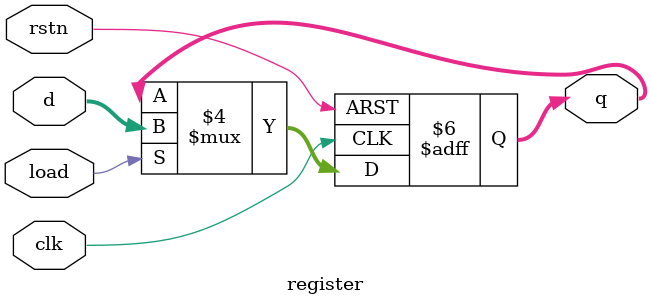
<source format=v>
module register (
    input [3:0] d,
    input clk, load, rstn,
    output reg [3:0] q
);

    initial begin
        q = 4'b0000;
    end

    always @(posedge clk or negedge rstn) begin
        if (!rstn)
            q <= 4'b0000;      // Reset takes highest priority
        else if (load)
            q <= d;            // Load when load=1
    end

endmodule

</source>
